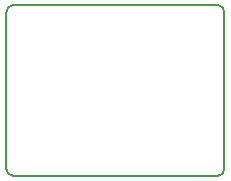
<source format=gbr>
%TF.GenerationSoftware,KiCad,Pcbnew,8.0.6*%
%TF.CreationDate,2024-11-06T21:45:53-05:00*%
%TF.ProjectId,Asus To Asrock,41737573-2054-46f2-9041-73726f636b2e,rev?*%
%TF.SameCoordinates,Original*%
%TF.FileFunction,Profile,NP*%
%FSLAX46Y46*%
G04 Gerber Fmt 4.6, Leading zero omitted, Abs format (unit mm)*
G04 Created by KiCad (PCBNEW 8.0.6) date 2024-11-06 21:45:53*
%MOMM*%
%LPD*%
G01*
G04 APERTURE LIST*
%TA.AperFunction,Profile*%
%ADD10C,0.150000*%
%TD*%
G04 APERTURE END LIST*
D10*
X152870000Y-102570000D02*
G75*
G02*
X152290000Y-101990000I0J580000D01*
G01*
X170170000Y-88110000D02*
G75*
G02*
X170750000Y-88690000I0J-580000D01*
G01*
X170750000Y-88690000D02*
X170750000Y-101990000D01*
X152870000Y-88110000D02*
X170170000Y-88110000D01*
X170750000Y-101990000D02*
G75*
G02*
X170170000Y-102570000I-580000J0D01*
G01*
X152290000Y-88690000D02*
G75*
G02*
X152870000Y-88110000I580000J0D01*
G01*
X152290000Y-88690000D02*
X152290000Y-101990000D01*
X152870000Y-102570000D02*
X170170000Y-102570000D01*
M02*

</source>
